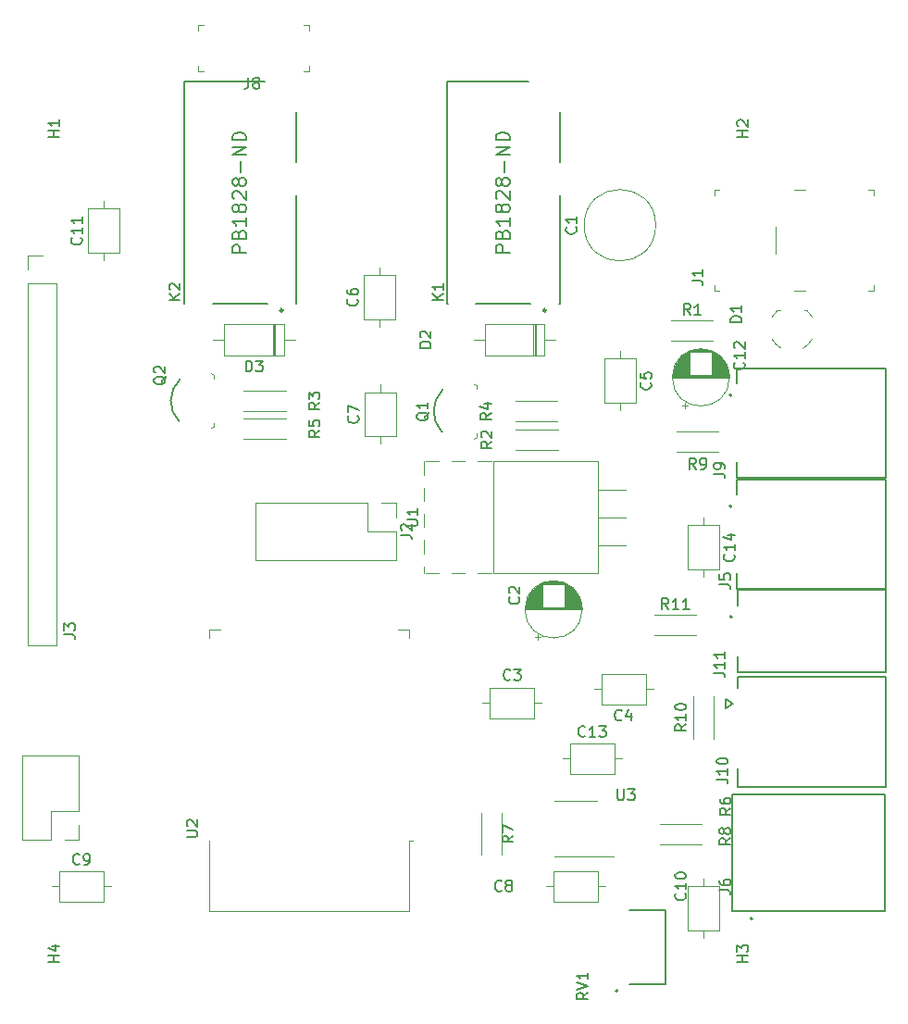
<source format=gbr>
%TF.GenerationSoftware,KiCad,Pcbnew,(6.0.2)*%
%TF.CreationDate,2022-03-14T20:10:21-04:00*%
%TF.ProjectId,Sedna_Hardware,5365646e-615f-4486-9172-64776172652e,1*%
%TF.SameCoordinates,Original*%
%TF.FileFunction,Legend,Top*%
%TF.FilePolarity,Positive*%
%FSLAX46Y46*%
G04 Gerber Fmt 4.6, Leading zero omitted, Abs format (unit mm)*
G04 Created by KiCad (PCBNEW (6.0.2)) date 2022-03-14 20:10:21*
%MOMM*%
%LPD*%
G01*
G04 APERTURE LIST*
%ADD10C,0.150000*%
%ADD11C,0.127000*%
%ADD12C,0.200000*%
%ADD13C,0.120000*%
%ADD14C,0.250000*%
%ADD15C,0.100000*%
G04 APERTURE END LIST*
D10*
%TO.C,J6*%
X172152380Y-136693333D02*
X172866666Y-136693333D01*
X173009523Y-136740952D01*
X173104761Y-136836190D01*
X173152380Y-136979047D01*
X173152380Y-137074285D01*
X172152380Y-135788571D02*
X172152380Y-135979047D01*
X172200000Y-136074285D01*
X172247619Y-136121904D01*
X172390476Y-136217142D01*
X172580952Y-136264761D01*
X172961904Y-136264761D01*
X173057142Y-136217142D01*
X173104761Y-136169523D01*
X173152380Y-136074285D01*
X173152380Y-135883809D01*
X173104761Y-135788571D01*
X173057142Y-135740952D01*
X172961904Y-135693333D01*
X172723809Y-135693333D01*
X172628571Y-135740952D01*
X172580952Y-135788571D01*
X172533333Y-135883809D01*
X172533333Y-136074285D01*
X172580952Y-136169523D01*
X172628571Y-136217142D01*
X172723809Y-136264761D01*
%TO.C,C5*%
X165825142Y-90286666D02*
X165872761Y-90334285D01*
X165920380Y-90477142D01*
X165920380Y-90572380D01*
X165872761Y-90715238D01*
X165777523Y-90810476D01*
X165682285Y-90858095D01*
X165491809Y-90905714D01*
X165348952Y-90905714D01*
X165158476Y-90858095D01*
X165063238Y-90810476D01*
X164968000Y-90715238D01*
X164920380Y-90572380D01*
X164920380Y-90477142D01*
X164968000Y-90334285D01*
X165015619Y-90286666D01*
X164920380Y-89381904D02*
X164920380Y-89858095D01*
X165396571Y-89905714D01*
X165348952Y-89858095D01*
X165301333Y-89762857D01*
X165301333Y-89524761D01*
X165348952Y-89429523D01*
X165396571Y-89381904D01*
X165491809Y-89334285D01*
X165729904Y-89334285D01*
X165825142Y-89381904D01*
X165872761Y-89429523D01*
X165920380Y-89524761D01*
X165920380Y-89762857D01*
X165872761Y-89858095D01*
X165825142Y-89905714D01*
%TO.C,J9*%
X171644380Y-98621333D02*
X172358666Y-98621333D01*
X172501523Y-98668952D01*
X172596761Y-98764190D01*
X172644380Y-98907047D01*
X172644380Y-99002285D01*
X172644380Y-98097523D02*
X172644380Y-97907047D01*
X172596761Y-97811809D01*
X172549142Y-97764190D01*
X172406285Y-97668952D01*
X172215809Y-97621333D01*
X171834857Y-97621333D01*
X171739619Y-97668952D01*
X171692000Y-97716571D01*
X171644380Y-97811809D01*
X171644380Y-98002285D01*
X171692000Y-98097523D01*
X171739619Y-98145142D01*
X171834857Y-98192761D01*
X172072952Y-98192761D01*
X172168190Y-98145142D01*
X172215809Y-98097523D01*
X172263428Y-98002285D01*
X172263428Y-97811809D01*
X172215809Y-97716571D01*
X172168190Y-97668952D01*
X172072952Y-97621333D01*
%TO.C,C2*%
X153778142Y-109894666D02*
X153825761Y-109942285D01*
X153873380Y-110085142D01*
X153873380Y-110180380D01*
X153825761Y-110323238D01*
X153730523Y-110418476D01*
X153635285Y-110466095D01*
X153444809Y-110513714D01*
X153301952Y-110513714D01*
X153111476Y-110466095D01*
X153016238Y-110418476D01*
X152921000Y-110323238D01*
X152873380Y-110180380D01*
X152873380Y-110085142D01*
X152921000Y-109942285D01*
X152968619Y-109894666D01*
X152968619Y-109513714D02*
X152921000Y-109466095D01*
X152873380Y-109370857D01*
X152873380Y-109132761D01*
X152921000Y-109037523D01*
X152968619Y-108989904D01*
X153063857Y-108942285D01*
X153159095Y-108942285D01*
X153301952Y-108989904D01*
X153873380Y-109561333D01*
X153873380Y-108942285D01*
%TO.C,R3*%
X135585380Y-92114666D02*
X135109190Y-92448000D01*
X135585380Y-92686095D02*
X134585380Y-92686095D01*
X134585380Y-92305142D01*
X134633000Y-92209904D01*
X134680619Y-92162285D01*
X134775857Y-92114666D01*
X134918714Y-92114666D01*
X135013952Y-92162285D01*
X135061571Y-92209904D01*
X135109190Y-92305142D01*
X135109190Y-92686095D01*
X134585380Y-91781333D02*
X134585380Y-91162285D01*
X134966333Y-91495619D01*
X134966333Y-91352761D01*
X135013952Y-91257523D01*
X135061571Y-91209904D01*
X135156809Y-91162285D01*
X135394904Y-91162285D01*
X135490142Y-91209904D01*
X135537761Y-91257523D01*
X135585380Y-91352761D01*
X135585380Y-91638476D01*
X135537761Y-91733714D01*
X135490142Y-91781333D01*
%TO.C,C7*%
X139062142Y-93341666D02*
X139109761Y-93389285D01*
X139157380Y-93532142D01*
X139157380Y-93627380D01*
X139109761Y-93770238D01*
X139014523Y-93865476D01*
X138919285Y-93913095D01*
X138728809Y-93960714D01*
X138585952Y-93960714D01*
X138395476Y-93913095D01*
X138300238Y-93865476D01*
X138205000Y-93770238D01*
X138157380Y-93627380D01*
X138157380Y-93532142D01*
X138205000Y-93389285D01*
X138252619Y-93341666D01*
X138157380Y-93008333D02*
X138157380Y-92341666D01*
X139157380Y-92770238D01*
%TO.C,H3*%
X174773380Y-143273659D02*
X173773380Y-143273659D01*
X174249571Y-143273659D02*
X174249571Y-142702231D01*
X174773380Y-142702231D02*
X173773380Y-142702231D01*
X173773380Y-142321278D02*
X173773380Y-141702231D01*
X174154333Y-142035564D01*
X174154333Y-141892707D01*
X174201952Y-141797469D01*
X174249571Y-141749850D01*
X174344809Y-141702231D01*
X174582904Y-141702231D01*
X174678142Y-141749850D01*
X174725761Y-141797469D01*
X174773380Y-141892707D01*
X174773380Y-142178421D01*
X174725761Y-142273659D01*
X174678142Y-142321278D01*
%TO.C,K1*%
X146882390Y-82739404D02*
X145882390Y-82739404D01*
X146882390Y-82167976D02*
X146310962Y-82596547D01*
X145882390Y-82167976D02*
X146453819Y-82739404D01*
X146882390Y-81215595D02*
X146882390Y-81787023D01*
X146882390Y-81501309D02*
X145882390Y-81501309D01*
X146025248Y-81596547D01*
X146120486Y-81691785D01*
X146168105Y-81787023D01*
X152954533Y-78398095D02*
X151684533Y-78398095D01*
X151684533Y-77914285D01*
X151745010Y-77793333D01*
X151805486Y-77732857D01*
X151926438Y-77672380D01*
X152107867Y-77672380D01*
X152228819Y-77732857D01*
X152289295Y-77793333D01*
X152349771Y-77914285D01*
X152349771Y-78398095D01*
X152289295Y-76704761D02*
X152349771Y-76523333D01*
X152410248Y-76462857D01*
X152531200Y-76402380D01*
X152712629Y-76402380D01*
X152833581Y-76462857D01*
X152894057Y-76523333D01*
X152954533Y-76644285D01*
X152954533Y-77128095D01*
X151684533Y-77128095D01*
X151684533Y-76704761D01*
X151745010Y-76583809D01*
X151805486Y-76523333D01*
X151926438Y-76462857D01*
X152047390Y-76462857D01*
X152168343Y-76523333D01*
X152228819Y-76583809D01*
X152289295Y-76704761D01*
X152289295Y-77128095D01*
X152954533Y-75192857D02*
X152954533Y-75918571D01*
X152954533Y-75555714D02*
X151684533Y-75555714D01*
X151865962Y-75676666D01*
X151986914Y-75797619D01*
X152047390Y-75918571D01*
X152228819Y-74467142D02*
X152168343Y-74588095D01*
X152107867Y-74648571D01*
X151986914Y-74709047D01*
X151926438Y-74709047D01*
X151805486Y-74648571D01*
X151745010Y-74588095D01*
X151684533Y-74467142D01*
X151684533Y-74225238D01*
X151745010Y-74104285D01*
X151805486Y-74043809D01*
X151926438Y-73983333D01*
X151986914Y-73983333D01*
X152107867Y-74043809D01*
X152168343Y-74104285D01*
X152228819Y-74225238D01*
X152228819Y-74467142D01*
X152289295Y-74588095D01*
X152349771Y-74648571D01*
X152470724Y-74709047D01*
X152712629Y-74709047D01*
X152833581Y-74648571D01*
X152894057Y-74588095D01*
X152954533Y-74467142D01*
X152954533Y-74225238D01*
X152894057Y-74104285D01*
X152833581Y-74043809D01*
X152712629Y-73983333D01*
X152470724Y-73983333D01*
X152349771Y-74043809D01*
X152289295Y-74104285D01*
X152228819Y-74225238D01*
X151805486Y-73499523D02*
X151745010Y-73439047D01*
X151684533Y-73318095D01*
X151684533Y-73015714D01*
X151745010Y-72894761D01*
X151805486Y-72834285D01*
X151926438Y-72773809D01*
X152047390Y-72773809D01*
X152228819Y-72834285D01*
X152954533Y-73560000D01*
X152954533Y-72773809D01*
X152228819Y-72048095D02*
X152168343Y-72169047D01*
X152107867Y-72229523D01*
X151986914Y-72290000D01*
X151926438Y-72290000D01*
X151805486Y-72229523D01*
X151745010Y-72169047D01*
X151684533Y-72048095D01*
X151684533Y-71806190D01*
X151745010Y-71685238D01*
X151805486Y-71624761D01*
X151926438Y-71564285D01*
X151986914Y-71564285D01*
X152107867Y-71624761D01*
X152168343Y-71685238D01*
X152228819Y-71806190D01*
X152228819Y-72048095D01*
X152289295Y-72169047D01*
X152349771Y-72229523D01*
X152470724Y-72290000D01*
X152712629Y-72290000D01*
X152833581Y-72229523D01*
X152894057Y-72169047D01*
X152954533Y-72048095D01*
X152954533Y-71806190D01*
X152894057Y-71685238D01*
X152833581Y-71624761D01*
X152712629Y-71564285D01*
X152470724Y-71564285D01*
X152349771Y-71624761D01*
X152289295Y-71685238D01*
X152228819Y-71806190D01*
X152470724Y-71020000D02*
X152470724Y-70052380D01*
X152954533Y-69447619D02*
X151684533Y-69447619D01*
X152954533Y-68721904D01*
X151684533Y-68721904D01*
X152954533Y-68117142D02*
X151684533Y-68117142D01*
X151684533Y-67814761D01*
X151745010Y-67633333D01*
X151865962Y-67512380D01*
X151986914Y-67451904D01*
X152228819Y-67391428D01*
X152410248Y-67391428D01*
X152652152Y-67451904D01*
X152773105Y-67512380D01*
X152894057Y-67633333D01*
X152954533Y-67814761D01*
X152954533Y-68117142D01*
%TO.C,R7*%
X153276380Y-131716666D02*
X152800190Y-132050000D01*
X153276380Y-132288095D02*
X152276380Y-132288095D01*
X152276380Y-131907142D01*
X152324000Y-131811904D01*
X152371619Y-131764285D01*
X152466857Y-131716666D01*
X152609714Y-131716666D01*
X152704952Y-131764285D01*
X152752571Y-131811904D01*
X152800190Y-131907142D01*
X152800190Y-132288095D01*
X152276380Y-131383333D02*
X152276380Y-130716666D01*
X153276380Y-131145238D01*
%TO.C,C6*%
X138987142Y-82641666D02*
X139034761Y-82689285D01*
X139082380Y-82832142D01*
X139082380Y-82927380D01*
X139034761Y-83070238D01*
X138939523Y-83165476D01*
X138844285Y-83213095D01*
X138653809Y-83260714D01*
X138510952Y-83260714D01*
X138320476Y-83213095D01*
X138225238Y-83165476D01*
X138130000Y-83070238D01*
X138082380Y-82927380D01*
X138082380Y-82832142D01*
X138130000Y-82689285D01*
X138177619Y-82641666D01*
X138082380Y-81784523D02*
X138082380Y-81975000D01*
X138130000Y-82070238D01*
X138177619Y-82117857D01*
X138320476Y-82213095D01*
X138510952Y-82260714D01*
X138891904Y-82260714D01*
X138987142Y-82213095D01*
X139034761Y-82165476D01*
X139082380Y-82070238D01*
X139082380Y-81879761D01*
X139034761Y-81784523D01*
X138987142Y-81736904D01*
X138891904Y-81689285D01*
X138653809Y-81689285D01*
X138558571Y-81736904D01*
X138510952Y-81784523D01*
X138463333Y-81879761D01*
X138463333Y-82070238D01*
X138510952Y-82165476D01*
X138558571Y-82213095D01*
X138653809Y-82260714D01*
%TO.C,C10*%
X168993142Y-136990857D02*
X169040761Y-137038476D01*
X169088380Y-137181333D01*
X169088380Y-137276571D01*
X169040761Y-137419428D01*
X168945523Y-137514666D01*
X168850285Y-137562285D01*
X168659809Y-137609904D01*
X168516952Y-137609904D01*
X168326476Y-137562285D01*
X168231238Y-137514666D01*
X168136000Y-137419428D01*
X168088380Y-137276571D01*
X168088380Y-137181333D01*
X168136000Y-137038476D01*
X168183619Y-136990857D01*
X169088380Y-136038476D02*
X169088380Y-136609904D01*
X169088380Y-136324190D02*
X168088380Y-136324190D01*
X168231238Y-136419428D01*
X168326476Y-136514666D01*
X168374095Y-136609904D01*
X168088380Y-135419428D02*
X168088380Y-135324190D01*
X168136000Y-135228952D01*
X168183619Y-135181333D01*
X168278857Y-135133714D01*
X168469333Y-135086095D01*
X168707428Y-135086095D01*
X168897904Y-135133714D01*
X168993142Y-135181333D01*
X169040761Y-135228952D01*
X169088380Y-135324190D01*
X169088380Y-135419428D01*
X169040761Y-135514666D01*
X168993142Y-135562285D01*
X168897904Y-135609904D01*
X168707428Y-135657523D01*
X168469333Y-135657523D01*
X168278857Y-135609904D01*
X168183619Y-135562285D01*
X168136000Y-135514666D01*
X168088380Y-135419428D01*
%TO.C,H4*%
X111781380Y-143273666D02*
X110781380Y-143273666D01*
X111257571Y-143273666D02*
X111257571Y-142702238D01*
X111781380Y-142702238D02*
X110781380Y-142702238D01*
X111114714Y-141797476D02*
X111781380Y-141797476D01*
X110733761Y-142035571D02*
X111448047Y-142273666D01*
X111448047Y-141654619D01*
%TO.C,K2*%
X122802377Y-82739404D02*
X121802377Y-82739404D01*
X122802377Y-82167976D02*
X122230949Y-82596547D01*
X121802377Y-82167976D02*
X122373806Y-82739404D01*
X121897616Y-81787023D02*
X121849997Y-81739404D01*
X121802377Y-81644166D01*
X121802377Y-81406071D01*
X121849997Y-81310833D01*
X121897616Y-81263214D01*
X121992854Y-81215595D01*
X122088092Y-81215595D01*
X122230949Y-81263214D01*
X122802377Y-81834642D01*
X122802377Y-81215595D01*
X128874520Y-78398095D02*
X127604520Y-78398095D01*
X127604520Y-77914285D01*
X127664997Y-77793333D01*
X127725473Y-77732857D01*
X127846425Y-77672380D01*
X128027854Y-77672380D01*
X128148806Y-77732857D01*
X128209282Y-77793333D01*
X128269758Y-77914285D01*
X128269758Y-78398095D01*
X128209282Y-76704761D02*
X128269758Y-76523333D01*
X128330235Y-76462857D01*
X128451187Y-76402380D01*
X128632616Y-76402380D01*
X128753568Y-76462857D01*
X128814044Y-76523333D01*
X128874520Y-76644285D01*
X128874520Y-77128095D01*
X127604520Y-77128095D01*
X127604520Y-76704761D01*
X127664997Y-76583809D01*
X127725473Y-76523333D01*
X127846425Y-76462857D01*
X127967377Y-76462857D01*
X128088330Y-76523333D01*
X128148806Y-76583809D01*
X128209282Y-76704761D01*
X128209282Y-77128095D01*
X128874520Y-75192857D02*
X128874520Y-75918571D01*
X128874520Y-75555714D02*
X127604520Y-75555714D01*
X127785949Y-75676666D01*
X127906901Y-75797619D01*
X127967377Y-75918571D01*
X128148806Y-74467142D02*
X128088330Y-74588095D01*
X128027854Y-74648571D01*
X127906901Y-74709047D01*
X127846425Y-74709047D01*
X127725473Y-74648571D01*
X127664997Y-74588095D01*
X127604520Y-74467142D01*
X127604520Y-74225238D01*
X127664997Y-74104285D01*
X127725473Y-74043809D01*
X127846425Y-73983333D01*
X127906901Y-73983333D01*
X128027854Y-74043809D01*
X128088330Y-74104285D01*
X128148806Y-74225238D01*
X128148806Y-74467142D01*
X128209282Y-74588095D01*
X128269758Y-74648571D01*
X128390711Y-74709047D01*
X128632616Y-74709047D01*
X128753568Y-74648571D01*
X128814044Y-74588095D01*
X128874520Y-74467142D01*
X128874520Y-74225238D01*
X128814044Y-74104285D01*
X128753568Y-74043809D01*
X128632616Y-73983333D01*
X128390711Y-73983333D01*
X128269758Y-74043809D01*
X128209282Y-74104285D01*
X128148806Y-74225238D01*
X127725473Y-73499523D02*
X127664997Y-73439047D01*
X127604520Y-73318095D01*
X127604520Y-73015714D01*
X127664997Y-72894761D01*
X127725473Y-72834285D01*
X127846425Y-72773809D01*
X127967377Y-72773809D01*
X128148806Y-72834285D01*
X128874520Y-73560000D01*
X128874520Y-72773809D01*
X128148806Y-72048095D02*
X128088330Y-72169047D01*
X128027854Y-72229523D01*
X127906901Y-72290000D01*
X127846425Y-72290000D01*
X127725473Y-72229523D01*
X127664997Y-72169047D01*
X127604520Y-72048095D01*
X127604520Y-71806190D01*
X127664997Y-71685238D01*
X127725473Y-71624761D01*
X127846425Y-71564285D01*
X127906901Y-71564285D01*
X128027854Y-71624761D01*
X128088330Y-71685238D01*
X128148806Y-71806190D01*
X128148806Y-72048095D01*
X128209282Y-72169047D01*
X128269758Y-72229523D01*
X128390711Y-72290000D01*
X128632616Y-72290000D01*
X128753568Y-72229523D01*
X128814044Y-72169047D01*
X128874520Y-72048095D01*
X128874520Y-71806190D01*
X128814044Y-71685238D01*
X128753568Y-71624761D01*
X128632616Y-71564285D01*
X128390711Y-71564285D01*
X128269758Y-71624761D01*
X128209282Y-71685238D01*
X128148806Y-71806190D01*
X128390711Y-71020000D02*
X128390711Y-70052380D01*
X128874520Y-69447619D02*
X127604520Y-69447619D01*
X128874520Y-68721904D01*
X127604520Y-68721904D01*
X128874520Y-68117142D02*
X127604520Y-68117142D01*
X127604520Y-67814761D01*
X127664997Y-67633333D01*
X127785949Y-67512380D01*
X127906901Y-67451904D01*
X128148806Y-67391428D01*
X128330235Y-67391428D01*
X128572139Y-67451904D01*
X128693092Y-67512380D01*
X128814044Y-67633333D01*
X128874520Y-67814761D01*
X128874520Y-68117142D01*
%TO.C,C1*%
X159005142Y-76062666D02*
X159052761Y-76110285D01*
X159100380Y-76253142D01*
X159100380Y-76348380D01*
X159052761Y-76491238D01*
X158957523Y-76586476D01*
X158862285Y-76634095D01*
X158671809Y-76681714D01*
X158528952Y-76681714D01*
X158338476Y-76634095D01*
X158243238Y-76586476D01*
X158148000Y-76491238D01*
X158100380Y-76348380D01*
X158100380Y-76253142D01*
X158148000Y-76110285D01*
X158195619Y-76062666D01*
X159100380Y-75110285D02*
X159100380Y-75681714D01*
X159100380Y-75396000D02*
X158100380Y-75396000D01*
X158243238Y-75491238D01*
X158338476Y-75586476D01*
X158386095Y-75681714D01*
%TO.C,D3*%
X128838908Y-89282380D02*
X128838908Y-88282380D01*
X129077004Y-88282380D01*
X129219861Y-88330000D01*
X129315099Y-88425238D01*
X129362718Y-88520476D01*
X129410337Y-88710952D01*
X129410337Y-88853809D01*
X129362718Y-89044285D01*
X129315099Y-89139523D01*
X129219861Y-89234761D01*
X129077004Y-89282380D01*
X128838908Y-89282380D01*
X129743670Y-88282380D02*
X130362718Y-88282380D01*
X130029384Y-88663333D01*
X130172242Y-88663333D01*
X130267480Y-88710952D01*
X130315099Y-88758571D01*
X130362718Y-88853809D01*
X130362718Y-89091904D01*
X130315099Y-89187142D01*
X130267480Y-89234761D01*
X130172242Y-89282380D01*
X129886527Y-89282380D01*
X129791289Y-89234761D01*
X129743670Y-89187142D01*
%TO.C,U2*%
X123409380Y-131825904D02*
X124218904Y-131825904D01*
X124314142Y-131778285D01*
X124361761Y-131730666D01*
X124409380Y-131635428D01*
X124409380Y-131444952D01*
X124361761Y-131349714D01*
X124314142Y-131302095D01*
X124218904Y-131254476D01*
X123409380Y-131254476D01*
X123504619Y-130825904D02*
X123457000Y-130778285D01*
X123409380Y-130683047D01*
X123409380Y-130444952D01*
X123457000Y-130349714D01*
X123504619Y-130302095D01*
X123599857Y-130254476D01*
X123695095Y-130254476D01*
X123837952Y-130302095D01*
X124409380Y-130873523D01*
X124409380Y-130254476D01*
%TO.C,D2*%
X145745380Y-87098095D02*
X144745380Y-87098095D01*
X144745380Y-86860000D01*
X144793000Y-86717142D01*
X144888238Y-86621904D01*
X144983476Y-86574285D01*
X145173952Y-86526666D01*
X145316809Y-86526666D01*
X145507285Y-86574285D01*
X145602523Y-86621904D01*
X145697761Y-86717142D01*
X145745380Y-86860000D01*
X145745380Y-87098095D01*
X144840619Y-86145714D02*
X144793000Y-86098095D01*
X144745380Y-86002857D01*
X144745380Y-85764761D01*
X144793000Y-85669523D01*
X144840619Y-85621904D01*
X144935857Y-85574285D01*
X145031095Y-85574285D01*
X145173952Y-85621904D01*
X145745380Y-86193333D01*
X145745380Y-85574285D01*
%TO.C,R8*%
X173152380Y-131942666D02*
X172676190Y-132276000D01*
X173152380Y-132514095D02*
X172152380Y-132514095D01*
X172152380Y-132133142D01*
X172200000Y-132037904D01*
X172247619Y-131990285D01*
X172342857Y-131942666D01*
X172485714Y-131942666D01*
X172580952Y-131990285D01*
X172628571Y-132037904D01*
X172676190Y-132133142D01*
X172676190Y-132514095D01*
X172580952Y-131371238D02*
X172533333Y-131466476D01*
X172485714Y-131514095D01*
X172390476Y-131561714D01*
X172342857Y-131561714D01*
X172247619Y-131514095D01*
X172200000Y-131466476D01*
X172152380Y-131371238D01*
X172152380Y-131180761D01*
X172200000Y-131085523D01*
X172247619Y-131037904D01*
X172342857Y-130990285D01*
X172390476Y-130990285D01*
X172485714Y-131037904D01*
X172533333Y-131085523D01*
X172580952Y-131180761D01*
X172580952Y-131371238D01*
X172628571Y-131466476D01*
X172676190Y-131514095D01*
X172771428Y-131561714D01*
X172961904Y-131561714D01*
X173057142Y-131514095D01*
X173104761Y-131466476D01*
X173152380Y-131371238D01*
X173152380Y-131180761D01*
X173104761Y-131085523D01*
X173057142Y-131037904D01*
X172961904Y-130990285D01*
X172771428Y-130990285D01*
X172676190Y-131037904D01*
X172628571Y-131085523D01*
X172580952Y-131180761D01*
%TO.C,C4*%
X163208333Y-121102142D02*
X163160714Y-121149761D01*
X163017857Y-121197380D01*
X162922619Y-121197380D01*
X162779761Y-121149761D01*
X162684523Y-121054523D01*
X162636904Y-120959285D01*
X162589285Y-120768809D01*
X162589285Y-120625952D01*
X162636904Y-120435476D01*
X162684523Y-120340238D01*
X162779761Y-120245000D01*
X162922619Y-120197380D01*
X163017857Y-120197380D01*
X163160714Y-120245000D01*
X163208333Y-120292619D01*
X164065476Y-120530714D02*
X164065476Y-121197380D01*
X163827380Y-120149761D02*
X163589285Y-120864047D01*
X164208333Y-120864047D01*
%TO.C,D1*%
X174168380Y-84762095D02*
X173168380Y-84762095D01*
X173168380Y-84524000D01*
X173216000Y-84381142D01*
X173311238Y-84285904D01*
X173406476Y-84238285D01*
X173596952Y-84190666D01*
X173739809Y-84190666D01*
X173930285Y-84238285D01*
X174025523Y-84285904D01*
X174120761Y-84381142D01*
X174168380Y-84524000D01*
X174168380Y-84762095D01*
X174168380Y-83238285D02*
X174168380Y-83809714D01*
X174168380Y-83524000D02*
X173168380Y-83524000D01*
X173311238Y-83619238D01*
X173406476Y-83714476D01*
X173454095Y-83809714D01*
%TO.C,H1*%
X111781380Y-67817904D02*
X110781380Y-67817904D01*
X111257571Y-67817904D02*
X111257571Y-67246476D01*
X111781380Y-67246476D02*
X110781380Y-67246476D01*
X111781380Y-66246476D02*
X111781380Y-66817904D01*
X111781380Y-66532190D02*
X110781380Y-66532190D01*
X110924238Y-66627428D01*
X111019476Y-66722666D01*
X111067095Y-66817904D01*
%TO.C,R11*%
X167485142Y-111004380D02*
X167151809Y-110528190D01*
X166913714Y-111004380D02*
X166913714Y-110004380D01*
X167294666Y-110004380D01*
X167389904Y-110052000D01*
X167437523Y-110099619D01*
X167485142Y-110194857D01*
X167485142Y-110337714D01*
X167437523Y-110432952D01*
X167389904Y-110480571D01*
X167294666Y-110528190D01*
X166913714Y-110528190D01*
X168437523Y-111004380D02*
X167866095Y-111004380D01*
X168151809Y-111004380D02*
X168151809Y-110004380D01*
X168056571Y-110147238D01*
X167961333Y-110242476D01*
X167866095Y-110290095D01*
X169389904Y-111004380D02*
X168818476Y-111004380D01*
X169104190Y-111004380D02*
X169104190Y-110004380D01*
X169008952Y-110147238D01*
X168913714Y-110242476D01*
X168818476Y-110290095D01*
%TO.C,C9*%
X113605333Y-134285142D02*
X113557714Y-134332761D01*
X113414857Y-134380380D01*
X113319619Y-134380380D01*
X113176761Y-134332761D01*
X113081523Y-134237523D01*
X113033904Y-134142285D01*
X112986285Y-133951809D01*
X112986285Y-133808952D01*
X113033904Y-133618476D01*
X113081523Y-133523238D01*
X113176761Y-133428000D01*
X113319619Y-133380380D01*
X113414857Y-133380380D01*
X113557714Y-133428000D01*
X113605333Y-133475619D01*
X114081523Y-134380380D02*
X114272000Y-134380380D01*
X114367238Y-134332761D01*
X114414857Y-134285142D01*
X114510095Y-134142285D01*
X114557714Y-133951809D01*
X114557714Y-133570857D01*
X114510095Y-133475619D01*
X114462476Y-133428000D01*
X114367238Y-133380380D01*
X114176761Y-133380380D01*
X114081523Y-133428000D01*
X114033904Y-133475619D01*
X113986285Y-133570857D01*
X113986285Y-133808952D01*
X114033904Y-133904190D01*
X114081523Y-133951809D01*
X114176761Y-133999428D01*
X114367238Y-133999428D01*
X114462476Y-133951809D01*
X114510095Y-133904190D01*
X114557714Y-133808952D01*
%TO.C,J5*%
X172152380Y-108741333D02*
X172866666Y-108741333D01*
X173009523Y-108788952D01*
X173104761Y-108884190D01*
X173152380Y-109027047D01*
X173152380Y-109122285D01*
X172152380Y-107788952D02*
X172152380Y-108265142D01*
X172628571Y-108312761D01*
X172580952Y-108265142D01*
X172533333Y-108169904D01*
X172533333Y-107931809D01*
X172580952Y-107836571D01*
X172628571Y-107788952D01*
X172723809Y-107741333D01*
X172961904Y-107741333D01*
X173057142Y-107788952D01*
X173104761Y-107836571D01*
X173152380Y-107931809D01*
X173152380Y-108169904D01*
X173104761Y-108265142D01*
X173057142Y-108312761D01*
%TO.C,J8*%
X129066669Y-62402388D02*
X129066669Y-63116674D01*
X129019050Y-63259531D01*
X128923812Y-63354769D01*
X128780955Y-63402388D01*
X128685717Y-63402388D01*
X129685717Y-62830960D02*
X129590479Y-62783341D01*
X129542860Y-62735722D01*
X129495241Y-62640484D01*
X129495241Y-62592865D01*
X129542860Y-62497627D01*
X129590479Y-62450008D01*
X129685717Y-62402388D01*
X129876193Y-62402388D01*
X129971431Y-62450008D01*
X130019050Y-62497627D01*
X130066669Y-62592865D01*
X130066669Y-62640484D01*
X130019050Y-62735722D01*
X129971431Y-62783341D01*
X129876193Y-62830960D01*
X129685717Y-62830960D01*
X129590479Y-62878579D01*
X129542860Y-62926198D01*
X129495241Y-63021436D01*
X129495241Y-63211912D01*
X129542860Y-63307150D01*
X129590479Y-63354769D01*
X129685717Y-63402388D01*
X129876193Y-63402388D01*
X129971431Y-63354769D01*
X130019050Y-63307150D01*
X130066669Y-63211912D01*
X130066669Y-63021436D01*
X130019050Y-62926198D01*
X129971431Y-62878579D01*
X129876193Y-62830960D01*
%TO.C,J11*%
X171644380Y-116837523D02*
X172358666Y-116837523D01*
X172501523Y-116885142D01*
X172596761Y-116980380D01*
X172644380Y-117123238D01*
X172644380Y-117218476D01*
X172644380Y-115837523D02*
X172644380Y-116408952D01*
X172644380Y-116123238D02*
X171644380Y-116123238D01*
X171787238Y-116218476D01*
X171882476Y-116313714D01*
X171930095Y-116408952D01*
X172644380Y-114885142D02*
X172644380Y-115456571D01*
X172644380Y-115170857D02*
X171644380Y-115170857D01*
X171787238Y-115266095D01*
X171882476Y-115361333D01*
X171930095Y-115456571D01*
%TO.C,R10*%
X169088380Y-121546857D02*
X168612190Y-121880190D01*
X169088380Y-122118285D02*
X168088380Y-122118285D01*
X168088380Y-121737333D01*
X168136000Y-121642095D01*
X168183619Y-121594476D01*
X168278857Y-121546857D01*
X168421714Y-121546857D01*
X168516952Y-121594476D01*
X168564571Y-121642095D01*
X168612190Y-121737333D01*
X168612190Y-122118285D01*
X169088380Y-120594476D02*
X169088380Y-121165904D01*
X169088380Y-120880190D02*
X168088380Y-120880190D01*
X168231238Y-120975428D01*
X168326476Y-121070666D01*
X168374095Y-121165904D01*
X168088380Y-119975428D02*
X168088380Y-119880190D01*
X168136000Y-119784952D01*
X168183619Y-119737333D01*
X168278857Y-119689714D01*
X168469333Y-119642095D01*
X168707428Y-119642095D01*
X168897904Y-119689714D01*
X168993142Y-119737333D01*
X169040761Y-119784952D01*
X169088380Y-119880190D01*
X169088380Y-119975428D01*
X169040761Y-120070666D01*
X168993142Y-120118285D01*
X168897904Y-120165904D01*
X168707428Y-120213523D01*
X168469333Y-120213523D01*
X168278857Y-120165904D01*
X168183619Y-120118285D01*
X168136000Y-120070666D01*
X168088380Y-119975428D01*
%TO.C,R1*%
X169485333Y-84080380D02*
X169152000Y-83604190D01*
X168913904Y-84080380D02*
X168913904Y-83080380D01*
X169294857Y-83080380D01*
X169390095Y-83128000D01*
X169437714Y-83175619D01*
X169485333Y-83270857D01*
X169485333Y-83413714D01*
X169437714Y-83508952D01*
X169390095Y-83556571D01*
X169294857Y-83604190D01*
X168913904Y-83604190D01*
X170437714Y-84080380D02*
X169866285Y-84080380D01*
X170152000Y-84080380D02*
X170152000Y-83080380D01*
X170056761Y-83223238D01*
X169961523Y-83318476D01*
X169866285Y-83366095D01*
%TO.C,J10*%
X171912780Y-126565723D02*
X172627066Y-126565723D01*
X172769923Y-126613342D01*
X172865161Y-126708580D01*
X172912780Y-126851438D01*
X172912780Y-126946676D01*
X172912780Y-125565723D02*
X172912780Y-126137152D01*
X172912780Y-125851438D02*
X171912780Y-125851438D01*
X172055638Y-125946676D01*
X172150876Y-126041914D01*
X172198495Y-126137152D01*
X171912780Y-124946676D02*
X171912780Y-124851438D01*
X171960400Y-124756200D01*
X172008019Y-124708580D01*
X172103257Y-124660961D01*
X172293733Y-124613342D01*
X172531828Y-124613342D01*
X172722304Y-124660961D01*
X172817542Y-124708580D01*
X172865161Y-124756200D01*
X172912780Y-124851438D01*
X172912780Y-124946676D01*
X172865161Y-125041914D01*
X172817542Y-125089533D01*
X172722304Y-125137152D01*
X172531828Y-125184771D01*
X172293733Y-125184771D01*
X172103257Y-125137152D01*
X172008019Y-125089533D01*
X171960400Y-125041914D01*
X171912780Y-124946676D01*
%TO.C,C3*%
X153020333Y-117401142D02*
X152972714Y-117448761D01*
X152829857Y-117496380D01*
X152734619Y-117496380D01*
X152591761Y-117448761D01*
X152496523Y-117353523D01*
X152448904Y-117258285D01*
X152401285Y-117067809D01*
X152401285Y-116924952D01*
X152448904Y-116734476D01*
X152496523Y-116639238D01*
X152591761Y-116544000D01*
X152734619Y-116496380D01*
X152829857Y-116496380D01*
X152972714Y-116544000D01*
X153020333Y-116591619D01*
X153353666Y-116496380D02*
X153972714Y-116496380D01*
X153639380Y-116877333D01*
X153782238Y-116877333D01*
X153877476Y-116924952D01*
X153925095Y-116972571D01*
X153972714Y-117067809D01*
X153972714Y-117305904D01*
X153925095Y-117401142D01*
X153877476Y-117448761D01*
X153782238Y-117496380D01*
X153496523Y-117496380D01*
X153401285Y-117448761D01*
X153353666Y-117401142D01*
%TO.C,RV1*%
X160122180Y-146061838D02*
X159645990Y-146395171D01*
X160122180Y-146633266D02*
X159122180Y-146633266D01*
X159122180Y-146252314D01*
X159169800Y-146157076D01*
X159217419Y-146109457D01*
X159312657Y-146061838D01*
X159455514Y-146061838D01*
X159550752Y-146109457D01*
X159598371Y-146157076D01*
X159645990Y-146252314D01*
X159645990Y-146633266D01*
X159122180Y-145776123D02*
X160122180Y-145442790D01*
X159122180Y-145109457D01*
X160122180Y-144252314D02*
X160122180Y-144823742D01*
X160122180Y-144538028D02*
X159122180Y-144538028D01*
X159265038Y-144633266D01*
X159360276Y-144728504D01*
X159407895Y-144823742D01*
%TO.C,C12*%
X174363142Y-88460857D02*
X174410761Y-88508476D01*
X174458380Y-88651333D01*
X174458380Y-88746571D01*
X174410761Y-88889428D01*
X174315523Y-88984666D01*
X174220285Y-89032285D01*
X174029809Y-89079904D01*
X173886952Y-89079904D01*
X173696476Y-89032285D01*
X173601238Y-88984666D01*
X173506000Y-88889428D01*
X173458380Y-88746571D01*
X173458380Y-88651333D01*
X173506000Y-88508476D01*
X173553619Y-88460857D01*
X174458380Y-87508476D02*
X174458380Y-88079904D01*
X174458380Y-87794190D02*
X173458380Y-87794190D01*
X173601238Y-87889428D01*
X173696476Y-87984666D01*
X173744095Y-88079904D01*
X173553619Y-87127523D02*
X173506000Y-87079904D01*
X173458380Y-86984666D01*
X173458380Y-86746571D01*
X173506000Y-86651333D01*
X173553619Y-86603714D01*
X173648857Y-86556095D01*
X173744095Y-86556095D01*
X173886952Y-86603714D01*
X174458380Y-87175142D01*
X174458380Y-86556095D01*
%TO.C,J2*%
X143006380Y-104219333D02*
X143720666Y-104219333D01*
X143863523Y-104266952D01*
X143958761Y-104362190D01*
X144006380Y-104505047D01*
X144006380Y-104600285D01*
X143101619Y-103790761D02*
X143054000Y-103743142D01*
X143006380Y-103647904D01*
X143006380Y-103409809D01*
X143054000Y-103314571D01*
X143101619Y-103266952D01*
X143196857Y-103219333D01*
X143292095Y-103219333D01*
X143434952Y-103266952D01*
X144006380Y-103838380D01*
X144006380Y-103219333D01*
%TO.C,C14*%
X173445142Y-106002857D02*
X173492761Y-106050476D01*
X173540380Y-106193333D01*
X173540380Y-106288571D01*
X173492761Y-106431428D01*
X173397523Y-106526666D01*
X173302285Y-106574285D01*
X173111809Y-106621904D01*
X172968952Y-106621904D01*
X172778476Y-106574285D01*
X172683238Y-106526666D01*
X172588000Y-106431428D01*
X172540380Y-106288571D01*
X172540380Y-106193333D01*
X172588000Y-106050476D01*
X172635619Y-106002857D01*
X173540380Y-105050476D02*
X173540380Y-105621904D01*
X173540380Y-105336190D02*
X172540380Y-105336190D01*
X172683238Y-105431428D01*
X172778476Y-105526666D01*
X172826095Y-105621904D01*
X172873714Y-104193333D02*
X173540380Y-104193333D01*
X172492761Y-104431428D02*
X173207047Y-104669523D01*
X173207047Y-104050476D01*
%TO.C,U3*%
X162819095Y-127468380D02*
X162819095Y-128277904D01*
X162866714Y-128373142D01*
X162914333Y-128420761D01*
X163009571Y-128468380D01*
X163200047Y-128468380D01*
X163295285Y-128420761D01*
X163342904Y-128373142D01*
X163390523Y-128277904D01*
X163390523Y-127468380D01*
X163771476Y-127468380D02*
X164390523Y-127468380D01*
X164057190Y-127849333D01*
X164200047Y-127849333D01*
X164295285Y-127896952D01*
X164342904Y-127944571D01*
X164390523Y-128039809D01*
X164390523Y-128277904D01*
X164342904Y-128373142D01*
X164295285Y-128420761D01*
X164200047Y-128468380D01*
X163914333Y-128468380D01*
X163819095Y-128420761D01*
X163771476Y-128373142D01*
%TO.C,J3*%
X112208380Y-113313333D02*
X112922666Y-113313333D01*
X113065523Y-113360952D01*
X113160761Y-113456190D01*
X113208380Y-113599047D01*
X113208380Y-113694285D01*
X112208380Y-112932380D02*
X112208380Y-112313333D01*
X112589333Y-112646666D01*
X112589333Y-112503809D01*
X112636952Y-112408571D01*
X112684571Y-112360952D01*
X112779809Y-112313333D01*
X113017904Y-112313333D01*
X113113142Y-112360952D01*
X113160761Y-112408571D01*
X113208380Y-112503809D01*
X113208380Y-112789523D01*
X113160761Y-112884761D01*
X113113142Y-112932380D01*
%TO.C,J1*%
X169632380Y-80972333D02*
X170346666Y-80972333D01*
X170489523Y-81019952D01*
X170584761Y-81115190D01*
X170632380Y-81258047D01*
X170632380Y-81353285D01*
X170632380Y-79972333D02*
X170632380Y-80543761D01*
X170632380Y-80258047D02*
X169632380Y-80258047D01*
X169775238Y-80353285D01*
X169870476Y-80448523D01*
X169918095Y-80543761D01*
%TO.C,Q1*%
X145572619Y-92995238D02*
X145525000Y-93090476D01*
X145429761Y-93185714D01*
X145286904Y-93328571D01*
X145239285Y-93423809D01*
X145239285Y-93519047D01*
X145477380Y-93471428D02*
X145429761Y-93566666D01*
X145334523Y-93661904D01*
X145144047Y-93709523D01*
X144810714Y-93709523D01*
X144620238Y-93661904D01*
X144525000Y-93566666D01*
X144477380Y-93471428D01*
X144477380Y-93280952D01*
X144525000Y-93185714D01*
X144620238Y-93090476D01*
X144810714Y-93042857D01*
X145144047Y-93042857D01*
X145334523Y-93090476D01*
X145429761Y-93185714D01*
X145477380Y-93280952D01*
X145477380Y-93471428D01*
X145477380Y-92090476D02*
X145477380Y-92661904D01*
X145477380Y-92376190D02*
X144477380Y-92376190D01*
X144620238Y-92471428D01*
X144715476Y-92566666D01*
X144763095Y-92661904D01*
%TO.C,R4*%
X151280380Y-93066666D02*
X150804190Y-93400000D01*
X151280380Y-93638095D02*
X150280380Y-93638095D01*
X150280380Y-93257142D01*
X150328000Y-93161904D01*
X150375619Y-93114285D01*
X150470857Y-93066666D01*
X150613714Y-93066666D01*
X150708952Y-93114285D01*
X150756571Y-93161904D01*
X150804190Y-93257142D01*
X150804190Y-93638095D01*
X150613714Y-92209523D02*
X151280380Y-92209523D01*
X150232761Y-92447619D02*
X150947047Y-92685714D01*
X150947047Y-92066666D01*
%TO.C,C11*%
X113741142Y-77046857D02*
X113788761Y-77094476D01*
X113836380Y-77237333D01*
X113836380Y-77332571D01*
X113788761Y-77475428D01*
X113693523Y-77570666D01*
X113598285Y-77618285D01*
X113407809Y-77665904D01*
X113264952Y-77665904D01*
X113074476Y-77618285D01*
X112979238Y-77570666D01*
X112884000Y-77475428D01*
X112836380Y-77332571D01*
X112836380Y-77237333D01*
X112884000Y-77094476D01*
X112931619Y-77046857D01*
X113836380Y-76094476D02*
X113836380Y-76665904D01*
X113836380Y-76380190D02*
X112836380Y-76380190D01*
X112979238Y-76475428D01*
X113074476Y-76570666D01*
X113122095Y-76665904D01*
X113836380Y-75142095D02*
X113836380Y-75713523D01*
X113836380Y-75427809D02*
X112836380Y-75427809D01*
X112979238Y-75523047D01*
X113074476Y-75618285D01*
X113122095Y-75713523D01*
%TO.C,C8*%
X152213333Y-136705142D02*
X152165714Y-136752761D01*
X152022857Y-136800380D01*
X151927619Y-136800380D01*
X151784761Y-136752761D01*
X151689523Y-136657523D01*
X151641904Y-136562285D01*
X151594285Y-136371809D01*
X151594285Y-136228952D01*
X151641904Y-136038476D01*
X151689523Y-135943238D01*
X151784761Y-135848000D01*
X151927619Y-135800380D01*
X152022857Y-135800380D01*
X152165714Y-135848000D01*
X152213333Y-135895619D01*
X152784761Y-136228952D02*
X152689523Y-136181333D01*
X152641904Y-136133714D01*
X152594285Y-136038476D01*
X152594285Y-135990857D01*
X152641904Y-135895619D01*
X152689523Y-135848000D01*
X152784761Y-135800380D01*
X152975238Y-135800380D01*
X153070476Y-135848000D01*
X153118095Y-135895619D01*
X153165714Y-135990857D01*
X153165714Y-136038476D01*
X153118095Y-136133714D01*
X153070476Y-136181333D01*
X152975238Y-136228952D01*
X152784761Y-136228952D01*
X152689523Y-136276571D01*
X152641904Y-136324190D01*
X152594285Y-136419428D01*
X152594285Y-136609904D01*
X152641904Y-136705142D01*
X152689523Y-136752761D01*
X152784761Y-136800380D01*
X152975238Y-136800380D01*
X153070476Y-136752761D01*
X153118095Y-136705142D01*
X153165714Y-136609904D01*
X153165714Y-136419428D01*
X153118095Y-136324190D01*
X153070476Y-136276571D01*
X152975238Y-136228952D01*
%TO.C,C13*%
X159865142Y-122601142D02*
X159817523Y-122648761D01*
X159674666Y-122696380D01*
X159579428Y-122696380D01*
X159436571Y-122648761D01*
X159341333Y-122553523D01*
X159293714Y-122458285D01*
X159246095Y-122267809D01*
X159246095Y-122124952D01*
X159293714Y-121934476D01*
X159341333Y-121839238D01*
X159436571Y-121744000D01*
X159579428Y-121696380D01*
X159674666Y-121696380D01*
X159817523Y-121744000D01*
X159865142Y-121791619D01*
X160817523Y-122696380D02*
X160246095Y-122696380D01*
X160531809Y-122696380D02*
X160531809Y-121696380D01*
X160436571Y-121839238D01*
X160341333Y-121934476D01*
X160246095Y-121982095D01*
X161150857Y-121696380D02*
X161769904Y-121696380D01*
X161436571Y-122077333D01*
X161579428Y-122077333D01*
X161674666Y-122124952D01*
X161722285Y-122172571D01*
X161769904Y-122267809D01*
X161769904Y-122505904D01*
X161722285Y-122601142D01*
X161674666Y-122648761D01*
X161579428Y-122696380D01*
X161293714Y-122696380D01*
X161198476Y-122648761D01*
X161150857Y-122601142D01*
%TO.C,U1*%
X143555380Y-103377904D02*
X144364904Y-103377904D01*
X144460142Y-103330285D01*
X144507761Y-103282666D01*
X144555380Y-103187428D01*
X144555380Y-102996952D01*
X144507761Y-102901714D01*
X144460142Y-102854095D01*
X144364904Y-102806476D01*
X143555380Y-102806476D01*
X144555380Y-101806476D02*
X144555380Y-102377904D01*
X144555380Y-102092190D02*
X143555380Y-102092190D01*
X143698238Y-102187428D01*
X143793476Y-102282666D01*
X143841095Y-102377904D01*
%TO.C,H2*%
X174773380Y-67817904D02*
X173773380Y-67817904D01*
X174249571Y-67817904D02*
X174249571Y-67246476D01*
X174773380Y-67246476D02*
X173773380Y-67246476D01*
X173868619Y-66817904D02*
X173821000Y-66770285D01*
X173773380Y-66675047D01*
X173773380Y-66436952D01*
X173821000Y-66341714D01*
X173868619Y-66294095D01*
X173963857Y-66246476D01*
X174059095Y-66246476D01*
X174201952Y-66294095D01*
X174773380Y-66865523D01*
X174773380Y-66246476D01*
%TO.C,R5*%
X135585380Y-94654666D02*
X135109190Y-94988000D01*
X135585380Y-95226095D02*
X134585380Y-95226095D01*
X134585380Y-94845142D01*
X134633000Y-94749904D01*
X134680619Y-94702285D01*
X134775857Y-94654666D01*
X134918714Y-94654666D01*
X135013952Y-94702285D01*
X135061571Y-94749904D01*
X135109190Y-94845142D01*
X135109190Y-95226095D01*
X134585380Y-93749904D02*
X134585380Y-94226095D01*
X135061571Y-94273714D01*
X135013952Y-94226095D01*
X134966333Y-94130857D01*
X134966333Y-93892761D01*
X135013952Y-93797523D01*
X135061571Y-93749904D01*
X135156809Y-93702285D01*
X135394904Y-93702285D01*
X135490142Y-93749904D01*
X135537761Y-93797523D01*
X135585380Y-93892761D01*
X135585380Y-94130857D01*
X135537761Y-94226095D01*
X135490142Y-94273714D01*
%TO.C,Q2*%
X121529619Y-89707238D02*
X121482000Y-89802476D01*
X121386761Y-89897714D01*
X121243904Y-90040571D01*
X121196285Y-90135809D01*
X121196285Y-90231047D01*
X121434380Y-90183428D02*
X121386761Y-90278666D01*
X121291523Y-90373904D01*
X121101047Y-90421523D01*
X120767714Y-90421523D01*
X120577238Y-90373904D01*
X120482000Y-90278666D01*
X120434380Y-90183428D01*
X120434380Y-89992952D01*
X120482000Y-89897714D01*
X120577238Y-89802476D01*
X120767714Y-89754857D01*
X121101047Y-89754857D01*
X121291523Y-89802476D01*
X121386761Y-89897714D01*
X121434380Y-89992952D01*
X121434380Y-90183428D01*
X120529619Y-89373904D02*
X120482000Y-89326285D01*
X120434380Y-89231047D01*
X120434380Y-88992952D01*
X120482000Y-88897714D01*
X120529619Y-88850095D01*
X120624857Y-88802476D01*
X120720095Y-88802476D01*
X120862952Y-88850095D01*
X121434380Y-89421523D01*
X121434380Y-88802476D01*
%TO.C,R2*%
X151333380Y-95670666D02*
X150857190Y-96004000D01*
X151333380Y-96242095D02*
X150333380Y-96242095D01*
X150333380Y-95861142D01*
X150381000Y-95765904D01*
X150428619Y-95718285D01*
X150523857Y-95670666D01*
X150666714Y-95670666D01*
X150761952Y-95718285D01*
X150809571Y-95765904D01*
X150857190Y-95861142D01*
X150857190Y-96242095D01*
X150428619Y-95289714D02*
X150381000Y-95242095D01*
X150333380Y-95146857D01*
X150333380Y-94908761D01*
X150381000Y-94813523D01*
X150428619Y-94765904D01*
X150523857Y-94718285D01*
X150619095Y-94718285D01*
X150761952Y-94765904D01*
X151333380Y-95337333D01*
X151333380Y-94718285D01*
%TO.C,R9*%
X169993333Y-98192380D02*
X169660000Y-97716190D01*
X169421904Y-98192380D02*
X169421904Y-97192380D01*
X169802857Y-97192380D01*
X169898095Y-97240000D01*
X169945714Y-97287619D01*
X169993333Y-97382857D01*
X169993333Y-97525714D01*
X169945714Y-97620952D01*
X169898095Y-97668571D01*
X169802857Y-97716190D01*
X169421904Y-97716190D01*
X170469523Y-98192380D02*
X170660000Y-98192380D01*
X170755238Y-98144761D01*
X170802857Y-98097142D01*
X170898095Y-97954285D01*
X170945714Y-97763809D01*
X170945714Y-97382857D01*
X170898095Y-97287619D01*
X170850476Y-97240000D01*
X170755238Y-97192380D01*
X170564761Y-97192380D01*
X170469523Y-97240000D01*
X170421904Y-97287619D01*
X170374285Y-97382857D01*
X170374285Y-97620952D01*
X170421904Y-97716190D01*
X170469523Y-97763809D01*
X170564761Y-97811428D01*
X170755238Y-97811428D01*
X170850476Y-97763809D01*
X170898095Y-97716190D01*
X170945714Y-97620952D01*
%TO.C,R6*%
X173177380Y-129198666D02*
X172701190Y-129532000D01*
X173177380Y-129770095D02*
X172177380Y-129770095D01*
X172177380Y-129389142D01*
X172225000Y-129293904D01*
X172272619Y-129246285D01*
X172367857Y-129198666D01*
X172510714Y-129198666D01*
X172605952Y-129246285D01*
X172653571Y-129293904D01*
X172701190Y-129389142D01*
X172701190Y-129770095D01*
X172177380Y-128341523D02*
X172177380Y-128532000D01*
X172225000Y-128627238D01*
X172272619Y-128674857D01*
X172415476Y-128770095D01*
X172605952Y-128817714D01*
X172986904Y-128817714D01*
X173082142Y-128770095D01*
X173129761Y-128722476D01*
X173177380Y-128627238D01*
X173177380Y-128436761D01*
X173129761Y-128341523D01*
X173082142Y-128293904D01*
X172986904Y-128246285D01*
X172748809Y-128246285D01*
X172653571Y-128293904D01*
X172605952Y-128341523D01*
X172558333Y-128436761D01*
X172558333Y-128627238D01*
X172605952Y-128722476D01*
X172653571Y-128770095D01*
X172748809Y-128817714D01*
D11*
%TO.C,J6*%
X173348000Y-127982500D02*
X173348000Y-138650500D01*
X187292000Y-127982500D02*
X187292000Y-138650500D01*
X187292000Y-138650500D02*
X173348000Y-138650500D01*
X173348000Y-127982500D02*
X187292000Y-127982500D01*
D12*
X175175000Y-139300500D02*
G75*
G03*
X175175000Y-139300500I-100000J0D01*
G01*
D13*
%TO.C,C5*%
X163048000Y-92830000D02*
X163048000Y-92140000D01*
X161628000Y-92140000D02*
X164468000Y-92140000D01*
X161628000Y-88100000D02*
X161628000Y-92140000D01*
X163048000Y-87410000D02*
X163048000Y-88100000D01*
X164468000Y-92140000D02*
X164468000Y-88100000D01*
X164468000Y-88100000D02*
X161628000Y-88100000D01*
D11*
%TO.C,J9*%
X173760500Y-88960000D02*
X187350500Y-88960000D01*
X173760500Y-97576000D02*
X173760500Y-99000000D01*
X187350500Y-88960000D02*
X187350500Y-99000000D01*
X173760500Y-88960000D02*
X173760500Y-90384000D01*
X187350500Y-99000000D02*
X173760500Y-99000000D01*
D12*
X173260500Y-91440000D02*
G75*
G03*
X173260500Y-91440000I-100000J0D01*
G01*
D13*
%TO.C,C2*%
X158017000Y-109537000D02*
X159099000Y-109537000D01*
X155192000Y-109137000D02*
X155937000Y-109137000D01*
X154973000Y-109377000D02*
X155937000Y-109377000D01*
X158017000Y-110698000D02*
X159538000Y-110698000D01*
X154667000Y-109857000D02*
X155937000Y-109857000D01*
X155726000Y-108737000D02*
X155937000Y-108737000D01*
X155477000Y-108897000D02*
X155937000Y-108897000D01*
X155502000Y-113822775D02*
X155502000Y-113322775D01*
X155879000Y-108657000D02*
X158075000Y-108657000D01*
X154404000Y-110818000D02*
X159550000Y-110818000D01*
X158017000Y-109657000D02*
X159177000Y-109657000D01*
X158017000Y-110217000D02*
X159432000Y-110217000D01*
X154412000Y-110738000D02*
X155937000Y-110738000D01*
X155534000Y-108857000D02*
X155937000Y-108857000D01*
X158017000Y-110618000D02*
X159527000Y-110618000D01*
X154942000Y-109417000D02*
X155937000Y-109417000D01*
X154579000Y-110057000D02*
X155937000Y-110057000D01*
X154828000Y-109577000D02*
X155937000Y-109577000D01*
X158017000Y-110257000D02*
X159445000Y-110257000D01*
X158017000Y-110418000D02*
X159488000Y-110418000D01*
X158017000Y-109417000D02*
X159012000Y-109417000D01*
X154399000Y-110898000D02*
X159555000Y-110898000D01*
X154408000Y-110778000D02*
X155937000Y-110778000D01*
X154401000Y-110858000D02*
X159553000Y-110858000D01*
X158017000Y-108857000D02*
X158420000Y-108857000D01*
X155040000Y-109297000D02*
X155937000Y-109297000D01*
X154457000Y-110458000D02*
X155937000Y-110458000D01*
X158017000Y-108817000D02*
X158360000Y-108817000D01*
X154709000Y-109777000D02*
X155937000Y-109777000D01*
X154912000Y-109457000D02*
X155937000Y-109457000D01*
X155234000Y-109097000D02*
X155937000Y-109097000D01*
X154421000Y-110658000D02*
X155937000Y-110658000D01*
X154434000Y-110578000D02*
X155937000Y-110578000D01*
X155113000Y-109217000D02*
X155937000Y-109217000D01*
X156693000Y-108417000D02*
X157261000Y-108417000D01*
X158017000Y-109737000D02*
X159224000Y-109737000D01*
X158017000Y-108977000D02*
X158582000Y-108977000D01*
X156062000Y-108577000D02*
X157892000Y-108577000D01*
X154882000Y-109497000D02*
X155937000Y-109497000D01*
X158017000Y-110458000D02*
X159497000Y-110458000D01*
X154730000Y-109737000D02*
X155937000Y-109737000D01*
X158017000Y-110578000D02*
X159520000Y-110578000D01*
X158017000Y-110177000D02*
X159419000Y-110177000D01*
X155278000Y-109057000D02*
X155937000Y-109057000D01*
X158017000Y-109857000D02*
X159287000Y-109857000D01*
X154497000Y-110297000D02*
X155937000Y-110297000D01*
X158017000Y-109057000D02*
X158676000Y-109057000D01*
X155324000Y-109017000D02*
X155937000Y-109017000D01*
X154441000Y-110538000D02*
X155937000Y-110538000D01*
X158017000Y-110498000D02*
X159505000Y-110498000D01*
X158017000Y-109337000D02*
X158948000Y-109337000D01*
X155658000Y-108777000D02*
X155937000Y-108777000D01*
X154777000Y-109657000D02*
X155937000Y-109657000D01*
X155372000Y-108977000D02*
X155937000Y-108977000D01*
X158017000Y-109017000D02*
X158630000Y-109017000D01*
X158017000Y-110658000D02*
X159533000Y-110658000D01*
X154753000Y-109697000D02*
X155937000Y-109697000D01*
X154629000Y-109937000D02*
X155937000Y-109937000D01*
X158017000Y-109577000D02*
X159126000Y-109577000D01*
X155252000Y-113572775D02*
X155752000Y-113572775D01*
X158017000Y-109217000D02*
X158841000Y-109217000D01*
X158017000Y-109817000D02*
X159267000Y-109817000D01*
X155076000Y-109257000D02*
X155937000Y-109257000D01*
X154563000Y-110097000D02*
X155937000Y-110097000D01*
X154427000Y-110618000D02*
X155937000Y-110618000D01*
X158017000Y-110338000D02*
X159468000Y-110338000D01*
X155151000Y-109177000D02*
X155937000Y-109177000D01*
X158017000Y-110097000D02*
X159391000Y-110097000D01*
X155966000Y-108617000D02*
X157988000Y-108617000D01*
X154549000Y-110137000D02*
X155937000Y-110137000D01*
X155006000Y-109337000D02*
X155937000Y-109337000D01*
X155423000Y-108937000D02*
X155937000Y-108937000D01*
X154486000Y-110338000D02*
X155937000Y-110338000D01*
X154612000Y-109977000D02*
X155937000Y-109977000D01*
X158017000Y-109777000D02*
X159245000Y-109777000D01*
X154416000Y-110698000D02*
X155937000Y-110698000D01*
X154509000Y-110257000D02*
X155937000Y-110257000D01*
X158017000Y-108737000D02*
X158228000Y-108737000D01*
X154855000Y-109537000D02*
X155937000Y-109537000D01*
X158017000Y-109897000D02*
X159306000Y-109897000D01*
X158017000Y-109097000D02*
X158720000Y-109097000D01*
X156459000Y-108457000D02*
X157495000Y-108457000D01*
X154687000Y-109817000D02*
X155937000Y-109817000D01*
X158017000Y-109457000D02*
X159042000Y-109457000D01*
X158017000Y-110778000D02*
X159546000Y-110778000D01*
X155799000Y-108697000D02*
X158155000Y-108697000D01*
X158017000Y-108897000D02*
X158477000Y-108897000D01*
X158017000Y-109137000D02*
X158762000Y-109137000D01*
X154595000Y-110017000D02*
X155937000Y-110017000D01*
X154449000Y-110498000D02*
X155937000Y-110498000D01*
X158017000Y-109377000D02*
X158981000Y-109377000D01*
X158017000Y-108937000D02*
X158531000Y-108937000D01*
X154522000Y-110217000D02*
X155937000Y-110217000D01*
X154648000Y-109897000D02*
X155937000Y-109897000D01*
X158017000Y-110017000D02*
X159359000Y-110017000D01*
X158017000Y-109297000D02*
X158914000Y-109297000D01*
X154398000Y-110938000D02*
X159556000Y-110938000D01*
X154397000Y-111018000D02*
X159557000Y-111018000D01*
X154466000Y-110418000D02*
X155937000Y-110418000D01*
X154802000Y-109617000D02*
X155937000Y-109617000D01*
X158017000Y-108777000D02*
X158296000Y-108777000D01*
X158017000Y-110057000D02*
X159375000Y-110057000D01*
X158017000Y-110137000D02*
X159405000Y-110137000D01*
X158017000Y-110297000D02*
X159457000Y-110297000D01*
X158017000Y-109257000D02*
X158878000Y-109257000D01*
X158017000Y-110378000D02*
X159478000Y-110378000D01*
X154476000Y-110378000D02*
X155937000Y-110378000D01*
X158017000Y-109177000D02*
X158803000Y-109177000D01*
X158017000Y-109977000D02*
X159342000Y-109977000D01*
X158017000Y-110738000D02*
X159542000Y-110738000D01*
X156300000Y-108497000D02*
X157654000Y-108497000D01*
X158017000Y-109697000D02*
X159201000Y-109697000D01*
X158017000Y-109617000D02*
X159152000Y-109617000D01*
X155594000Y-108817000D02*
X155937000Y-108817000D01*
X154535000Y-110177000D02*
X155937000Y-110177000D01*
X158017000Y-110538000D02*
X159513000Y-110538000D01*
X158017000Y-109497000D02*
X159072000Y-109497000D01*
X154397000Y-110978000D02*
X159557000Y-110978000D01*
X158017000Y-109937000D02*
X159325000Y-109937000D01*
X156172000Y-108537000D02*
X157782000Y-108537000D01*
X159597000Y-111018000D02*
G75*
G03*
X159597000Y-111018000I-2620000J0D01*
G01*
%TO.C,R3*%
X128641000Y-93568000D02*
X132481000Y-93568000D01*
X128641000Y-95408000D02*
X132481000Y-95408000D01*
%TO.C,C7*%
X141125000Y-95885000D02*
X141125000Y-95195000D01*
X142545000Y-95195000D02*
X142545000Y-91155000D01*
X141125000Y-90465000D02*
X141125000Y-91155000D01*
X139705000Y-91155000D02*
X139705000Y-95195000D01*
X142545000Y-91155000D02*
X139705000Y-91155000D01*
X139705000Y-95195000D02*
X142545000Y-95195000D01*
D10*
%TO.C,K1*%
X157530010Y-70140000D02*
X157530010Y-65570000D01*
X147280010Y-83075000D02*
X147230010Y-83075000D01*
X147230010Y-83075000D02*
X147230010Y-62775000D01*
X157530010Y-83075000D02*
X157480010Y-83075000D01*
X157530010Y-83075000D02*
X157530010Y-73190000D01*
X154655010Y-62775000D02*
X147230010Y-62775000D01*
X154880010Y-83075000D02*
X149880010Y-83075000D01*
D14*
X156305010Y-83675000D02*
G75*
G03*
X156305010Y-83675000I-125000J0D01*
G01*
D13*
%TO.C,R7*%
X152220000Y-133470000D02*
X152220000Y-129630000D01*
X150380000Y-133470000D02*
X150380000Y-129630000D01*
%TO.C,C6*%
X141050000Y-79765000D02*
X141050000Y-80455000D01*
X142470000Y-80455000D02*
X139630000Y-80455000D01*
X139630000Y-80455000D02*
X139630000Y-84495000D01*
X142470000Y-84495000D02*
X142470000Y-80455000D01*
X139630000Y-84495000D02*
X142470000Y-84495000D01*
X141050000Y-85185000D02*
X141050000Y-84495000D01*
%TO.C,C10*%
X169248000Y-140400000D02*
X172088000Y-140400000D01*
X172088000Y-136360000D02*
X169248000Y-136360000D01*
X172088000Y-140400000D02*
X172088000Y-136360000D01*
X170668000Y-141090000D02*
X170668000Y-140400000D01*
X169248000Y-136360000D02*
X169248000Y-140400000D01*
X170668000Y-135670000D02*
X170668000Y-136360000D01*
D10*
%TO.C,K2*%
X133449997Y-70140000D02*
X133449997Y-65570000D01*
X133449997Y-83075000D02*
X133399997Y-83075000D01*
X123149997Y-83075000D02*
X123149997Y-62775000D01*
X130574997Y-62775000D02*
X123149997Y-62775000D01*
X123199997Y-83075000D02*
X123149997Y-83075000D01*
X130799997Y-83075000D02*
X125799997Y-83075000D01*
X133449997Y-83075000D02*
X133449997Y-73190000D01*
D14*
X132224997Y-83675000D02*
G75*
G03*
X132224997Y-83675000I-125000J0D01*
G01*
D13*
%TO.C,C1*%
X166318000Y-75896000D02*
G75*
G03*
X166318000Y-75896000I-3270000J0D01*
G01*
%TO.C,D3*%
X125837004Y-86360000D02*
X126857004Y-86360000D01*
X131397004Y-87830000D02*
X131397004Y-84890000D01*
X132297004Y-84890000D02*
X126857004Y-84890000D01*
X126857004Y-87830000D02*
X132297004Y-87830000D01*
X131277004Y-87830000D02*
X131277004Y-84890000D01*
X126857004Y-84890000D02*
X126857004Y-87830000D01*
X131517004Y-87830000D02*
X131517004Y-84890000D01*
X132297004Y-87830000D02*
X132297004Y-84890000D01*
X133317004Y-86360000D02*
X132297004Y-86360000D01*
%TO.C,U2*%
X143745000Y-112886000D02*
X142745000Y-112886000D01*
X125505000Y-112886000D02*
X126505000Y-112886000D01*
X143745000Y-138631000D02*
X143745000Y-132211000D01*
X143745000Y-113666000D02*
X143745000Y-112886000D01*
X125505000Y-138631000D02*
X125505000Y-132211000D01*
X143745000Y-132211000D02*
X144125000Y-132211000D01*
X143745000Y-138631000D02*
X125505000Y-138631000D01*
X125505000Y-113666000D02*
X125505000Y-112886000D01*
%TO.C,D2*%
X155121000Y-87830000D02*
X155121000Y-84890000D01*
X149681000Y-86360000D02*
X150701000Y-86360000D01*
X150701000Y-84890000D02*
X150701000Y-87830000D01*
X157161000Y-86360000D02*
X156141000Y-86360000D01*
X156141000Y-87830000D02*
X156141000Y-84890000D01*
X150701000Y-87830000D02*
X156141000Y-87830000D01*
X155241000Y-87830000D02*
X155241000Y-84890000D01*
X155361000Y-87830000D02*
X155361000Y-84890000D01*
X156141000Y-84890000D02*
X150701000Y-84890000D01*
%TO.C,R8*%
X170556000Y-132492000D02*
X166716000Y-132492000D01*
X170556000Y-130652000D02*
X166716000Y-130652000D01*
%TO.C,C4*%
X165395000Y-116905000D02*
X161355000Y-116905000D01*
X161355000Y-119745000D02*
X165395000Y-119745000D01*
X161355000Y-116905000D02*
X161355000Y-119745000D01*
X165395000Y-119745000D02*
X165395000Y-116905000D01*
X160665000Y-118325000D02*
X161355000Y-118325000D01*
X166085000Y-118325000D02*
X165395000Y-118325000D01*
D15*
%TO.C,D1*%
X177446000Y-83694000D02*
X177696000Y-83694000D01*
X180146000Y-83694000D02*
X179896000Y-83694000D01*
X177446000Y-83694000D02*
G75*
G03*
X176954385Y-84298533I1349992J-1599994D01*
G01*
X179796000Y-87144000D02*
G75*
G03*
X180646000Y-86294000I-1000006J1850006D01*
G01*
X180646000Y-84294000D02*
G75*
G03*
X180152147Y-83686715I-1849997J-999998D01*
G01*
X176946000Y-86294000D02*
G75*
G03*
X177796000Y-87144000I1850006J1000006D01*
G01*
D13*
%TO.C,R11*%
X166208000Y-113392000D02*
X170048000Y-113392000D01*
X166208000Y-111552000D02*
X170048000Y-111552000D01*
%TO.C,C9*%
X116482000Y-136348000D02*
X115792000Y-136348000D01*
X115792000Y-134928000D02*
X111752000Y-134928000D01*
X111752000Y-134928000D02*
X111752000Y-137768000D01*
X115792000Y-137768000D02*
X115792000Y-134928000D01*
X111062000Y-136348000D02*
X111752000Y-136348000D01*
X111752000Y-137768000D02*
X115792000Y-137768000D01*
D11*
%TO.C,J5*%
X173760500Y-99120000D02*
X173760500Y-100544000D01*
X187350500Y-109160000D02*
X173760500Y-109160000D01*
X173760500Y-99120000D02*
X187350500Y-99120000D01*
X187350500Y-99120000D02*
X187350500Y-109160000D01*
X173760500Y-107736000D02*
X173760500Y-109160000D01*
D12*
X173260500Y-101600000D02*
G75*
G03*
X173260500Y-101600000I-100000J0D01*
G01*
D15*
%TO.C,J8*%
X124450003Y-61800008D02*
X124950003Y-61800008D01*
X134650003Y-61800008D02*
X134150003Y-61800008D01*
X134650003Y-61800008D02*
X134650003Y-61300008D01*
X134650003Y-57600008D02*
X134650003Y-58100008D01*
X134650003Y-57600008D02*
X134150003Y-57600008D01*
X124450003Y-57600008D02*
X124450003Y-58100008D01*
X124450003Y-61800008D02*
X124450003Y-61300008D01*
X124450003Y-57600008D02*
X124950003Y-57600008D01*
D11*
%TO.C,J11*%
X173787500Y-115306000D02*
X173787500Y-116730000D01*
X173787500Y-109230000D02*
X173787500Y-110654000D01*
X173787500Y-109230000D02*
X187377500Y-109230000D01*
X187377500Y-116730000D02*
X173787500Y-116730000D01*
X187377500Y-109230000D02*
X187377500Y-116730000D01*
D12*
X173287500Y-111710000D02*
G75*
G03*
X173287500Y-111710000I-100000J0D01*
G01*
D13*
%TO.C,R10*%
X169748000Y-118984000D02*
X169748000Y-122824000D01*
X171588000Y-118984000D02*
X171588000Y-122824000D01*
%TO.C,R1*%
X167732000Y-84628000D02*
X171572000Y-84628000D01*
X167732000Y-86468000D02*
X171572000Y-86468000D01*
D11*
%TO.C,J10*%
X187383400Y-117160200D02*
X187383400Y-127240200D01*
X173793400Y-118240200D02*
X173793400Y-117160200D01*
X173793400Y-127240200D02*
X173793400Y-125550200D01*
X173793400Y-117160200D02*
X187383400Y-117160200D01*
X187383400Y-127240200D02*
X173793400Y-127240200D01*
X173427400Y-119660200D02*
X172727400Y-119260200D01*
X172727400Y-119260200D02*
X172727400Y-120060200D01*
X172727400Y-120060200D02*
X173427400Y-119660200D01*
D13*
%TO.C,J4*%
X113578000Y-132090000D02*
X112248000Y-132090000D01*
X113578000Y-130760000D02*
X113578000Y-132090000D01*
X113578000Y-129490000D02*
X113578000Y-124350000D01*
X108378000Y-132090000D02*
X108378000Y-124350000D01*
X110978000Y-129490000D02*
X110978000Y-132090000D01*
X110978000Y-132090000D02*
X108378000Y-132090000D01*
X113578000Y-124350000D02*
X108378000Y-124350000D01*
X113578000Y-129490000D02*
X110978000Y-129490000D01*
%TO.C,C3*%
X150477000Y-119584000D02*
X151167000Y-119584000D01*
X151167000Y-121004000D02*
X155207000Y-121004000D01*
X155207000Y-121004000D02*
X155207000Y-118164000D01*
X155897000Y-119584000D02*
X155207000Y-119584000D01*
X151167000Y-118164000D02*
X151167000Y-121004000D01*
X155207000Y-118164000D02*
X151167000Y-118164000D01*
D11*
%TO.C,RV1*%
X167233800Y-145315600D02*
X167233800Y-138505600D01*
X163893800Y-145315600D02*
X167233800Y-145315600D01*
X167233800Y-138505600D02*
X163893800Y-138505600D01*
D12*
X162833800Y-145910600D02*
G75*
G03*
X162833800Y-145910600I-100000J0D01*
G01*
D13*
%TO.C,C12*%
X171490000Y-89445113D02*
X173006000Y-89445113D01*
X171490000Y-88524113D02*
X172697000Y-88524113D01*
X168479000Y-88124113D02*
X169410000Y-88124113D01*
X168415000Y-88204113D02*
X169410000Y-88204113D01*
X168665000Y-87924113D02*
X169410000Y-87924113D01*
X171490000Y-88124113D02*
X172421000Y-88124113D01*
X171490000Y-89325113D02*
X172986000Y-89325113D01*
X167939000Y-89205113D02*
X169410000Y-89205113D01*
X168250000Y-88444113D02*
X169410000Y-88444113D01*
X168140000Y-88644113D02*
X169410000Y-88644113D01*
X171490000Y-87564113D02*
X171769000Y-87564113D01*
X168513000Y-88084113D02*
X169410000Y-88084113D01*
X167982000Y-89044113D02*
X169410000Y-89044113D01*
X171490000Y-88884113D02*
X172864000Y-88884113D01*
X171490000Y-89004113D02*
X172905000Y-89004113D01*
X171490000Y-88324113D02*
X172572000Y-88324113D01*
X168275000Y-88404113D02*
X169410000Y-88404113D01*
X167889000Y-89485113D02*
X169410000Y-89485113D01*
X171490000Y-88364113D02*
X172599000Y-88364113D01*
X167871000Y-89725113D02*
X173029000Y-89725113D01*
X171490000Y-88284113D02*
X172545000Y-88284113D01*
X171490000Y-88924113D02*
X172878000Y-88924113D01*
X169645000Y-87324113D02*
X171255000Y-87324113D01*
X167914000Y-89325113D02*
X169410000Y-89325113D01*
X171490000Y-89165113D02*
X172951000Y-89165113D01*
X167995000Y-89004113D02*
X169410000Y-89004113D01*
X168008000Y-88964113D02*
X169410000Y-88964113D01*
X171490000Y-88564113D02*
X172718000Y-88564113D01*
X167885000Y-89525113D02*
X169410000Y-89525113D01*
X167877000Y-89605113D02*
X173023000Y-89605113D01*
X169272000Y-87484113D02*
X171628000Y-87484113D01*
X171490000Y-88444113D02*
X172650000Y-88444113D01*
X171490000Y-89205113D02*
X172961000Y-89205113D01*
X171490000Y-87924113D02*
X172235000Y-87924113D01*
X171490000Y-89084113D02*
X172930000Y-89084113D01*
X168160000Y-88604113D02*
X169410000Y-88604113D01*
X168896000Y-87724113D02*
X169410000Y-87724113D01*
X171490000Y-88004113D02*
X172314000Y-88004113D01*
X167894000Y-89445113D02*
X169410000Y-89445113D01*
X171490000Y-87804113D02*
X172103000Y-87804113D01*
X171490000Y-87724113D02*
X172004000Y-87724113D01*
X168203000Y-88524113D02*
X169410000Y-88524113D01*
X168549000Y-88044113D02*
X169410000Y-88044113D01*
X167907000Y-89365113D02*
X169410000Y-89365113D01*
X167959000Y-89125113D02*
X169410000Y-89125113D01*
X168950000Y-87684113D02*
X169410000Y-87684113D01*
X168052000Y-88844113D02*
X169410000Y-88844113D01*
X171490000Y-87884113D02*
X172193000Y-87884113D01*
X167970000Y-89084113D02*
X169410000Y-89084113D01*
X171490000Y-89485113D02*
X173011000Y-89485113D01*
X171490000Y-88644113D02*
X172760000Y-88644113D01*
X171490000Y-87844113D02*
X172149000Y-87844113D01*
X171490000Y-89405113D02*
X173000000Y-89405113D01*
X168725000Y-92359888D02*
X169225000Y-92359888D01*
X168845000Y-87764113D02*
X169410000Y-87764113D01*
X168707000Y-87884113D02*
X169410000Y-87884113D01*
X168226000Y-88484113D02*
X169410000Y-88484113D01*
X167870000Y-89805113D02*
X173030000Y-89805113D01*
X169932000Y-87244113D02*
X170968000Y-87244113D01*
X168624000Y-87964113D02*
X169410000Y-87964113D01*
X168355000Y-88284113D02*
X169410000Y-88284113D01*
X171490000Y-88484113D02*
X172674000Y-88484113D01*
X167881000Y-89565113D02*
X169410000Y-89565113D01*
X169535000Y-87364113D02*
X171365000Y-87364113D01*
X168385000Y-88244113D02*
X169410000Y-88244113D01*
X171490000Y-89125113D02*
X172941000Y-89125113D01*
X171490000Y-88764113D02*
X172815000Y-88764113D01*
X171490000Y-88844113D02*
X172848000Y-88844113D01*
X171490000Y-89285113D02*
X172978000Y-89285113D01*
X170166000Y-87204113D02*
X170734000Y-87204113D01*
X169067000Y-87604113D02*
X169410000Y-87604113D01*
X168182000Y-88564113D02*
X169410000Y-88564113D01*
X168586000Y-88004113D02*
X169410000Y-88004113D01*
X171490000Y-87604113D02*
X171833000Y-87604113D01*
X171490000Y-88044113D02*
X172351000Y-88044113D01*
X168102000Y-88724113D02*
X169410000Y-88724113D01*
X168121000Y-88684113D02*
X169410000Y-88684113D01*
X167872000Y-89685113D02*
X173028000Y-89685113D01*
X167900000Y-89405113D02*
X169410000Y-89405113D01*
X171490000Y-88404113D02*
X172625000Y-88404113D01*
X169773000Y-87284113D02*
X171127000Y-87284113D01*
X167922000Y-89285113D02*
X169410000Y-89285113D01*
X171490000Y-87764113D02*
X172055000Y-87764113D01*
X171490000Y-88244113D02*
X172515000Y-88244113D01*
X171490000Y-89044113D02*
X172918000Y-89044113D01*
X168328000Y-88324113D02*
X169410000Y-88324113D01*
X171490000Y-88084113D02*
X172387000Y-88084113D01*
X168022000Y-88924113D02*
X169410000Y-88924113D01*
X168751000Y-87844113D02*
X169410000Y-87844113D01*
X171490000Y-88204113D02*
X172485000Y-88204113D01*
X171490000Y-89525113D02*
X173015000Y-89525113D01*
X168301000Y-88364113D02*
X169410000Y-88364113D01*
X169439000Y-87404113D02*
X171461000Y-87404113D01*
X169007000Y-87644113D02*
X169410000Y-87644113D01*
X168085000Y-88764113D02*
X169410000Y-88764113D01*
X168036000Y-88884113D02*
X169410000Y-88884113D01*
X167870000Y-89765113D02*
X173030000Y-89765113D01*
X171490000Y-87644113D02*
X171893000Y-87644113D01*
X168797000Y-87804113D02*
X169410000Y-87804113D01*
X169352000Y-87444113D02*
X171548000Y-87444113D01*
X171490000Y-89365113D02*
X172993000Y-89365113D01*
X168068000Y-88804113D02*
X169410000Y-88804113D01*
X167949000Y-89165113D02*
X169410000Y-89165113D01*
X171490000Y-89565113D02*
X173019000Y-89565113D01*
X171490000Y-88684113D02*
X172779000Y-88684113D01*
X167930000Y-89245113D02*
X169410000Y-89245113D01*
X169199000Y-87524113D02*
X169410000Y-87524113D01*
X168446000Y-88164113D02*
X169410000Y-88164113D01*
X168975000Y-92609888D02*
X168975000Y-92109888D01*
X171490000Y-88604113D02*
X172740000Y-88604113D01*
X171490000Y-87964113D02*
X172276000Y-87964113D01*
X171490000Y-88164113D02*
X172454000Y-88164113D01*
X171490000Y-88804113D02*
X172832000Y-88804113D01*
X167874000Y-89645113D02*
X173026000Y-89645113D01*
X171490000Y-88964113D02*
X172892000Y-88964113D01*
X169131000Y-87564113D02*
X169410000Y-87564113D01*
X171490000Y-87684113D02*
X171950000Y-87684113D01*
X171490000Y-88724113D02*
X172798000Y-88724113D01*
X171490000Y-87524113D02*
X171701000Y-87524113D01*
X171490000Y-89245113D02*
X172970000Y-89245113D01*
X173070000Y-89805113D02*
G75*
G03*
X173070000Y-89805113I-2620000J0D01*
G01*
%TO.C,J2*%
X141224000Y-101286000D02*
X142554000Y-101286000D01*
X139954000Y-101286000D02*
X129734000Y-101286000D01*
X142554000Y-106486000D02*
X129734000Y-106486000D01*
X139954000Y-101286000D02*
X139954000Y-103886000D01*
X142554000Y-101286000D02*
X142554000Y-102616000D01*
X139954000Y-103886000D02*
X142554000Y-103886000D01*
X129734000Y-101286000D02*
X129734000Y-106486000D01*
X142554000Y-103886000D02*
X142554000Y-106486000D01*
%TO.C,C14*%
X169248000Y-103340000D02*
X169248000Y-107380000D01*
X172088000Y-103340000D02*
X169248000Y-103340000D01*
X170668000Y-108070000D02*
X170668000Y-107380000D01*
X170668000Y-102650000D02*
X170668000Y-103340000D01*
X172088000Y-107380000D02*
X172088000Y-103340000D01*
X169248000Y-107380000D02*
X172088000Y-107380000D01*
%TO.C,U3*%
X159009000Y-133624000D02*
X157059000Y-133624000D01*
X159009000Y-128504000D02*
X160959000Y-128504000D01*
X159009000Y-133624000D02*
X162459000Y-133624000D01*
X159009000Y-128504000D02*
X157059000Y-128504000D01*
%TO.C,J3*%
X108886000Y-114310000D02*
X111546000Y-114310000D01*
X111546000Y-81230000D02*
X111546000Y-114310000D01*
X108886000Y-79960000D02*
X108886000Y-78630000D01*
X108886000Y-81230000D02*
X111546000Y-81230000D01*
X108886000Y-78630000D02*
X110216000Y-78630000D01*
X108886000Y-81230000D02*
X108886000Y-114310000D01*
D15*
%TO.C,J1*%
X171666000Y-72658000D02*
X171666000Y-73158000D01*
X178966000Y-72658000D02*
X179966000Y-72658000D01*
X186266000Y-72658000D02*
X185766000Y-72658000D01*
X186266000Y-81858000D02*
X185766000Y-81858000D01*
X178966000Y-81858000D02*
X179966000Y-81858000D01*
X171666000Y-81858000D02*
X171666000Y-81358000D01*
X171666000Y-81858000D02*
X172166000Y-81858000D01*
X177266000Y-76058000D02*
X177266000Y-78458000D01*
X171666000Y-72658000D02*
X172166000Y-72658000D01*
X186266000Y-72658000D02*
X186266000Y-73158000D01*
X186266000Y-81858000D02*
X186266000Y-81358000D01*
%TO.C,Q1*%
X149975000Y-94950000D02*
X149975000Y-95250000D01*
X149975000Y-90550000D02*
X149975000Y-90850000D01*
X149975000Y-90550000D02*
X149675000Y-90400000D01*
X149975000Y-95250000D02*
X149675000Y-95400000D01*
D10*
X146825000Y-90950000D02*
G75*
G03*
X146775000Y-94800000I1900000J-1950000D01*
G01*
D13*
%TO.C,R4*%
X157320000Y-91980000D02*
X153480000Y-91980000D01*
X157320000Y-93820000D02*
X153480000Y-93820000D01*
%TO.C,C11*%
X117224000Y-78424000D02*
X117224000Y-74384000D01*
X114384000Y-74384000D02*
X114384000Y-78424000D01*
X117224000Y-74384000D02*
X114384000Y-74384000D01*
X115804000Y-73694000D02*
X115804000Y-74384000D01*
X115804000Y-79114000D02*
X115804000Y-78424000D01*
X114384000Y-78424000D02*
X117224000Y-78424000D01*
%TO.C,C8*%
X161694000Y-136348000D02*
X161004000Y-136348000D01*
X161004000Y-134928000D02*
X156964000Y-134928000D01*
X161004000Y-137768000D02*
X161004000Y-134928000D01*
X156964000Y-134928000D02*
X156964000Y-137768000D01*
X156964000Y-137768000D02*
X161004000Y-137768000D01*
X156274000Y-136348000D02*
X156964000Y-136348000D01*
%TO.C,C13*%
X158488000Y-123244000D02*
X158488000Y-126084000D01*
X157798000Y-124664000D02*
X158488000Y-124664000D01*
X162528000Y-123244000D02*
X158488000Y-123244000D01*
X158488000Y-126084000D02*
X162528000Y-126084000D01*
X162528000Y-126084000D02*
X162528000Y-123244000D01*
X163218000Y-124664000D02*
X162528000Y-124664000D01*
%TO.C,U1*%
X160993000Y-97496000D02*
X160993000Y-107736000D01*
X151503000Y-97496000D02*
X151503000Y-107736000D01*
X146463000Y-107736000D02*
X145263000Y-107736000D01*
X146463000Y-97496000D02*
X145263000Y-97496000D01*
X163533000Y-105156000D02*
X160993000Y-105156000D01*
X151263000Y-107736000D02*
X150063000Y-107736000D01*
X163533000Y-102616000D02*
X160993000Y-102616000D01*
X145103000Y-102296000D02*
X145103000Y-103496000D01*
X145103000Y-107096000D02*
X145103000Y-107736000D01*
X145103000Y-97496000D02*
X145103000Y-98696000D01*
X145103000Y-99895000D02*
X145103000Y-101096000D01*
X160993000Y-107736000D02*
X151503000Y-107736000D01*
X163533000Y-100076000D02*
X160993000Y-100076000D01*
X145103000Y-104696000D02*
X145103000Y-105896000D01*
X160993000Y-97496000D02*
X151503000Y-97496000D01*
X148863000Y-97496000D02*
X147663000Y-97496000D01*
X151263000Y-97496000D02*
X150063000Y-97496000D01*
X148863000Y-107736000D02*
X147663000Y-107736000D01*
%TO.C,R5*%
X132481000Y-91028000D02*
X128641000Y-91028000D01*
X132481000Y-92868000D02*
X128641000Y-92868000D01*
D15*
%TO.C,Q2*%
X125932000Y-94298000D02*
X125632000Y-94448000D01*
X125932000Y-89598000D02*
X125932000Y-89898000D01*
X125932000Y-93998000D02*
X125932000Y-94298000D01*
X125932000Y-89598000D02*
X125632000Y-89448000D01*
D10*
X122782000Y-89998000D02*
G75*
G03*
X122732000Y-93848000I1900000J-1950000D01*
G01*
D13*
%TO.C,R2*%
X153533000Y-96424000D02*
X157373000Y-96424000D01*
X153533000Y-94584000D02*
X157373000Y-94584000D01*
%TO.C,R9*%
X168240000Y-96628000D02*
X172080000Y-96628000D01*
X168240000Y-94788000D02*
X172080000Y-94788000D01*
%TD*%
M02*

</source>
